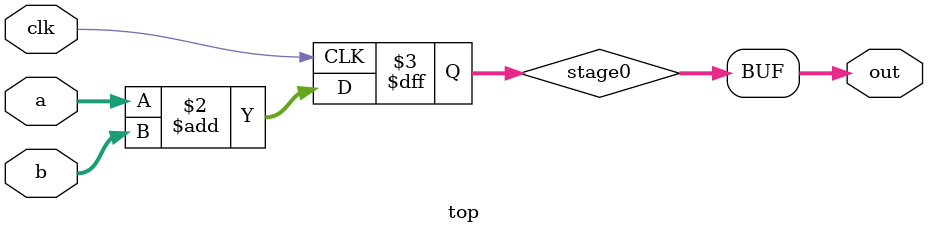
<source format=sv>

(* use_dsp = "yes" *) module top(
	input signed [47:0] a,
	input signed [47:0] b,
	output [47:0] out,
	input clk);

	logic signed [47:0] stage0;

	always @(posedge clk) begin
	stage0 <= a + b;

	end

	assign out = stage0;
endmodule

// CHECK: module out(a, b, clk, out);

</source>
